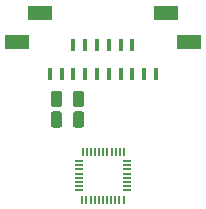
<source format=gbr>
G04 #@! TF.GenerationSoftware,KiCad,Pcbnew,(5.1.6)-1*
G04 #@! TF.CreationDate,2020-12-27T15:17:30+01:00*
G04 #@! TF.ProjectId,XY_TOUCH,58595f54-4f55-4434-982e-6b696361645f,rev?*
G04 #@! TF.SameCoordinates,Original*
G04 #@! TF.FileFunction,Paste,Bot*
G04 #@! TF.FilePolarity,Positive*
%FSLAX46Y46*%
G04 Gerber Fmt 4.6, Leading zero omitted, Abs format (unit mm)*
G04 Created by KiCad (PCBNEW (5.1.6)-1) date 2020-12-27 15:17:30*
%MOMM*%
%LPD*%
G01*
G04 APERTURE LIST*
%ADD10O,0.200000X0.750000*%
%ADD11O,0.750000X0.200000*%
%ADD12R,0.400000X1.000000*%
%ADD13R,2.000000X1.300000*%
G04 APERTURE END LIST*
D10*
X101750000Y-102025000D03*
X101400000Y-102025000D03*
X101050000Y-102025000D03*
X100700000Y-102025000D03*
X100350000Y-102025000D03*
X100000000Y-102025000D03*
X99650000Y-102025000D03*
X99300000Y-102025000D03*
X98950000Y-102025000D03*
X98600000Y-102025000D03*
X98250000Y-102025000D03*
D11*
X97975000Y-101225000D03*
X97975000Y-100875000D03*
X97975000Y-100525000D03*
X97975000Y-100175000D03*
X97975000Y-99825000D03*
X97975000Y-99475000D03*
X97975000Y-99125000D03*
X97975000Y-98775000D03*
D10*
X98275000Y-97975000D03*
X98625000Y-97975000D03*
X98975000Y-97975000D03*
X99325000Y-97975000D03*
X99675000Y-97975000D03*
X100025000Y-97975000D03*
X100375000Y-97975000D03*
X100725000Y-97975000D03*
X101075000Y-97975000D03*
X101425000Y-97975000D03*
X101775000Y-97975000D03*
D11*
X102025000Y-98775000D03*
X102025000Y-99125000D03*
X102025000Y-99475000D03*
X102025000Y-99825000D03*
X102025000Y-100175000D03*
X102025000Y-100525000D03*
X102025000Y-100875000D03*
X102025000Y-101225000D03*
G36*
G01*
X96550000Y-94793750D02*
X96550000Y-95706250D01*
G75*
G02*
X96306250Y-95950000I-243750J0D01*
G01*
X95818750Y-95950000D01*
G75*
G02*
X95575000Y-95706250I0J243750D01*
G01*
X95575000Y-94793750D01*
G75*
G02*
X95818750Y-94550000I243750J0D01*
G01*
X96306250Y-94550000D01*
G75*
G02*
X96550000Y-94793750I0J-243750D01*
G01*
G37*
G36*
G01*
X98425000Y-94793750D02*
X98425000Y-95706250D01*
G75*
G02*
X98181250Y-95950000I-243750J0D01*
G01*
X97693750Y-95950000D01*
G75*
G02*
X97450000Y-95706250I0J243750D01*
G01*
X97450000Y-94793750D01*
G75*
G02*
X97693750Y-94550000I243750J0D01*
G01*
X98181250Y-94550000D01*
G75*
G02*
X98425000Y-94793750I0J-243750D01*
G01*
G37*
G36*
G01*
X96550000Y-93043750D02*
X96550000Y-93956250D01*
G75*
G02*
X96306250Y-94200000I-243750J0D01*
G01*
X95818750Y-94200000D01*
G75*
G02*
X95575000Y-93956250I0J243750D01*
G01*
X95575000Y-93043750D01*
G75*
G02*
X95818750Y-92800000I243750J0D01*
G01*
X96306250Y-92800000D01*
G75*
G02*
X96550000Y-93043750I0J-243750D01*
G01*
G37*
G36*
G01*
X98425000Y-93043750D02*
X98425000Y-93956250D01*
G75*
G02*
X98181250Y-94200000I-243750J0D01*
G01*
X97693750Y-94200000D01*
G75*
G02*
X97450000Y-93956250I0J243750D01*
G01*
X97450000Y-93043750D01*
G75*
G02*
X97693750Y-92800000I243750J0D01*
G01*
X98181250Y-92800000D01*
G75*
G02*
X98425000Y-93043750I0J-243750D01*
G01*
G37*
D12*
X104500000Y-91410000D03*
X103500000Y-91410000D03*
X102500000Y-91410000D03*
X101500000Y-91410000D03*
X100500000Y-91410000D03*
X99500000Y-91410000D03*
X98500000Y-91410000D03*
X97500000Y-91410000D03*
X96500000Y-91410000D03*
X95500000Y-91410000D03*
D13*
X107300000Y-88710000D03*
X92700000Y-88710000D03*
D12*
X102500000Y-88910000D03*
X101500000Y-88910000D03*
X100500000Y-88910000D03*
X99500000Y-88910000D03*
X98500000Y-88910000D03*
X97500000Y-88910000D03*
D13*
X105300000Y-86210000D03*
X94700000Y-86210000D03*
M02*

</source>
